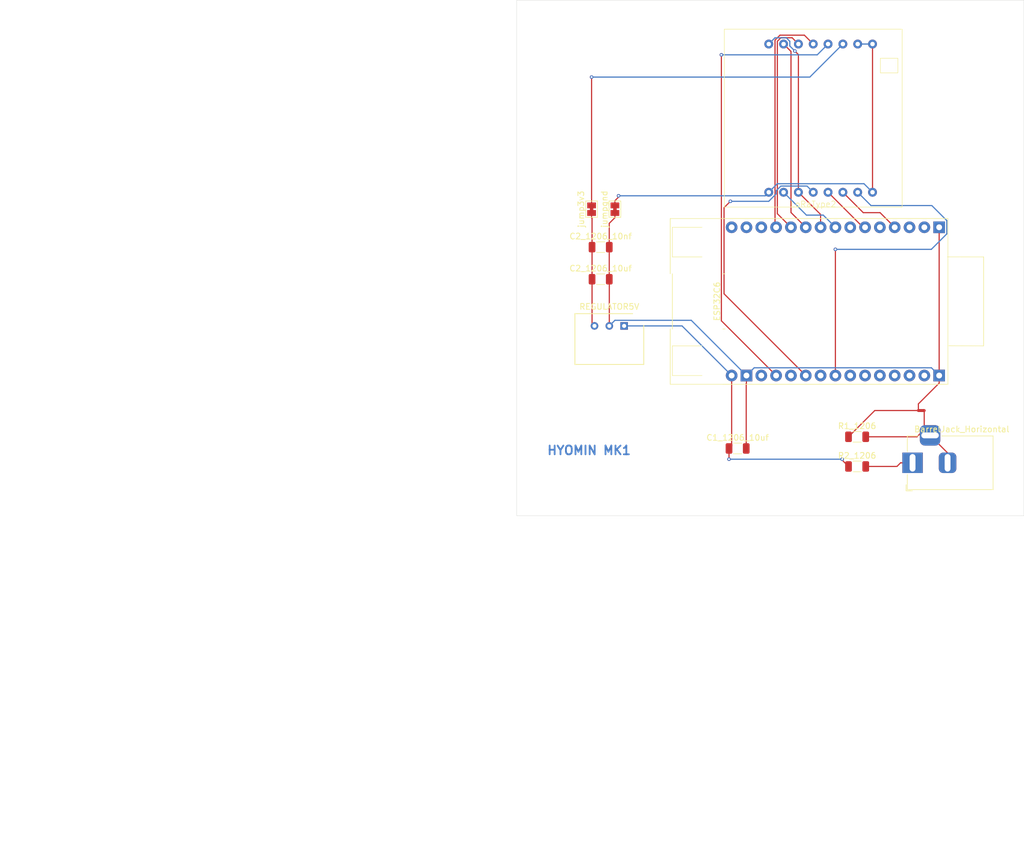
<source format=kicad_pcb>
(kicad_pcb (version 20241229) (generator "pcbnew") (generator_version "9.0")
  (layers (0 "F.Cu" signal) (2 "B.Cu" signal) (13 "F.Paste" user) (15 "B.Paste" user) (5 "F.SilkS" user "F.Silkscreen") (7 "B.SilkS" user "B.Silkscreen") (1 "F.Mask" user) (3 "B.Mask" user) (25 "Edge.Cuts" user))
  (net 0 "")
  (net 1 "5V")
  (net 2 "GND")
  (net 3 "3V3")
  (net 4 "5VEXT")
  (net 5 "GNDEXT")
  (net 6 "DI4")
  (net 7 "DI0")
  (net 8 "DI1")
  (net 9 "DI2")
  (net 10 "DI3")
  (net 11 "LSCK")
  (net 12 "LMISO")
  (net 13 "LMOSI")
  (net 14 "LRST")
  (net 15 "LNSS")
  (net 16 "5V_2")
  (net 17 "3V3_2")
  (net 18 "L3V3")
  (net 19 "LGND")
  (footprint "Capacitor_SMD:C_1206_3216Metric" (layer "F.Cu") (at 142.985 127.44)
    (property "Reference" "C1_1206_10uf" (at 0 -1.85 0) (layer "F.SilkS"))
    (property "Value" "C1_1206_10uf")
    (fp_line (start -0.711252 -0.91) (end 0.711252 -0.91) (stroke (width 0.12)) (layer "F.SilkS"))
    (fp_line (start -0.711252 0.91) (end 0.711252 0.91) (stroke (width 0.12)) (layer "F.SilkS"))
    (pad "1" smd roundrect (at -1.475 0) (size 1.15 1.8) (layers "F.Cu" "F.Mask" "F.Paste") (roundrect_rratio 0.217391) (net 1 "5V"))
    (pad "2" smd roundrect (at 1.475 0) (size 1.15 1.8) (layers "F.Cu" "F.Mask" "F.Paste") (roundrect_rratio 0.217391) (net 2 "GND"))
  )
  (footprint "Connector_BarrelJack:BarrelJack_Horizontal" (layer "F.Cu") (at 172.96 129.8975 180)
    (property "Reference" "BarrelJack_Horizontal" (at -8.45 5.75 0) (layer "F.SilkS"))
    (property "Value" "BarrelJack_Horizontal")
    (fp_line (start 1.1 -3.75) (end 1.1 -4.8) (stroke (width 0.12)) (layer "F.SilkS"))
    (fp_line (start 0.9 4.6) (end -1 4.6) (stroke (width 0.12)) (layer "F.SilkS"))
    (fp_line (start 0.9 1.9) (end 0.9 4.6) (stroke (width 0.12)) (layer "F.SilkS"))
    (fp_line (start 0.9 -4.6) (end 0.9 -2) (stroke (width 0.12)) (layer "F.SilkS"))
    (fp_line (start 0.05 -4.8) (end 1.1 -4.8) (stroke (width 0.12)) (layer "F.SilkS"))
    (fp_line (start -5 4.6) (end -13.8 4.6) (stroke (width 0.12)) (layer "F.SilkS"))
    (fp_line (start -13.8 4.6) (end -13.8 -4.6) (stroke (width 0.12)) (layer "F.SilkS"))
    (fp_line (start -13.8 -4.6) (end 0.9 -4.6) (stroke (width 0.12)) (layer "F.SilkS"))
    (pad "1" thru_hole rect (at 0 0 180) (size 3.5 3.5) (drill oval 1 3) (layers "*.Cu" "*.Mask") (net 4 "5VEXT"))
    (pad "2" thru_hole roundrect (at -6 0 180) (size 3 3.5) (drill oval 1 3) (layers "*.Cu" "*.Mask") (net 5 "GNDEXT"))
    (pad "3" thru_hole roundrect (at -3 4.7 180) (size 3.5 3.5) (drill oval 3 1) (layers "*.Cu" "*.Mask") (net 5 "GNDEXT"))
  )
  (footprint "Capacitor_SMD:C_1206_3216Metric" (layer "F.Cu") (at 119.515 92.94)
    (property "Reference" "C2_1206_10nf" (at 0 -1.85 0) (layer "F.SilkS"))
    (property "Value" "C3_1206_100nf")
    (fp_line (start -0.711252 -0.91) (end 0.711252 -0.91) (stroke (width 0.12)) (layer "F.SilkS"))
    (fp_line (start -0.711252 0.91) (end 0.711252 0.91) (stroke (width 0.12)) (layer "F.SilkS"))
    (pad "1" smd roundrect (at -1.475 0) (size 1.15 1.8) (layers "F.Cu" "F.Mask" "F.Paste") (roundrect_rratio 0.217391) (net 3 "3V3"))
    (pad "2" smd roundrect (at 1.475 0) (size 1.15 1.8) (layers "F.Cu" "F.Mask" "F.Paste") (roundrect_rratio 0.217391) (net 2 "GND"))
  )
  (footprint "NetTie:NetTie-2_SMD_Pad0.5mm" (layer "F.Cu") (at 174.46 120.94)
    (property "Reference" "REF**" (hide yes))
    (property "Value" "NetTie-2_SMD_Pad0.5mm" (hide yes))
    (fp_poly (pts (xy -0.5 -0.25) (xy 0.5 -0.25) (xy 0.5 0.25) (xy -0.5 0.25)) (fill yes) (layer "F.Cu"))
    (pad "1" smd circle (at -0.5 0) (size 0.5 0.5) (layers "F.Cu") (net 2 "GND"))
    (pad "2" smd circle (at 0.5 0) (size 0.5 0.5) (layers "F.Cu") (net 5 "GNDEXT"))
  )
  (footprint "Capacitor_SMD:C_1206_3216Metric" (layer "F.Cu") (at 119.515 98.44)
    (property "Reference" "C2_1206_10uf" (at 0 -1.85 0) (layer "F.SilkS"))
    (property "Value" "C2_1206_10uf")
    (fp_line (start -0.711252 -0.91) (end 0.711252 -0.91) (stroke (width 0.12)) (layer "F.SilkS"))
    (fp_line (start -0.711252 0.91) (end 0.711252 0.91) (stroke (width 0.12)) (layer "F.SilkS"))
    (pad "1" smd roundrect (at -1.475 0) (size 1.15 1.8) (layers "F.Cu" "F.Mask" "F.Paste") (roundrect_rratio 0.217391) (net 3 "3V3"))
    (pad "2" smd roundrect (at 1.475 0) (size 1.15 1.8) (layers "F.Cu" "F.Mask" "F.Paste") (roundrect_rratio 0.217391) (net 2 "GND"))
  )
  (footprint "Jumper:SolderJumper-2_P1.3mm_Bridged_Pad1.0x1.5mm" (layer "F.Cu") (at 121.96 86.44 90)
    (property "Reference" "jumpgnd" (at 0 -1.8 90) (layer "F.SilkS"))
    (property "Value" "SolderJumper-2_P1.3mm_Bridged_Pad1.0x1.5mm")
    (fp_poly (pts (xy -0.25 -0.3) (xy 0.25 -0.3) (xy 0.25 0.3) (xy -0.25 0.3)) (fill yes) (layer "F.Cu"))
    (fp_line (start 1.4 -1) (end 1.4 1) (stroke (width 0.12)) (layer "F.SilkS"))
    (fp_line (start -1.4 -1) (end 1.4 -1) (stroke (width 0.12)) (layer "F.SilkS"))
    (fp_line (start 1.4 1) (end -1.4 1) (stroke (width 0.12)) (layer "F.SilkS"))
    (fp_line (start -1.4 1) (end -1.4 -1) (stroke (width 0.12)) (layer "F.SilkS"))
    (pad "1" smd rect (at -0.65 0 90) (size 1 1.5) (layers "F.Cu" "F.Mask") (net 2 "GND"))
    (pad "2" smd rect (at 0.65 0 90) (size 1 1.5) (layers "F.Cu" "F.Mask") (net 19 "LGND"))
  )
  (footprint "Capacitor_SMD:C_1206_3216Metric" (layer "F.Cu") (at 163.46 125.44)
    (property "Reference" "R1_1206" (at 0 -1.85 0) (layer "F.SilkS"))
    (property "Value" "R1_1206")
    (fp_line (start -0.711252 -0.91) (end 0.711252 -0.91) (stroke (width 0.12)) (layer "F.SilkS"))
    (fp_line (start -0.711252 0.91) (end 0.711252 0.91) (stroke (width 0.12)) (layer "F.SilkS"))
    (pad "1" smd roundrect (at -1.475 0) (size 1.15 1.8) (layers "F.Cu" "F.Mask" "F.Paste") (roundrect_rratio 0.217391) (net 2 "GND"))
    (pad "2" smd roundrect (at 1.475 0) (size 1.15 1.8) (layers "F.Cu" "F.Mask" "F.Paste") (roundrect_rratio 0.217391) (net 5 "GNDEXT"))
  )
  (footprint "GateWayProjectLibrary:LoRaType2" (layer "F.Cu") (at 155.94 86.08)
    (property "Reference" "LoRaType2" (at 0 -0.5 0) (layer "F.SilkS") (effects (font (thickness 0.1))))
    (property "Value" "LoRaType2")
    (fp_rect (start -15.24 -30.48) (end 15.24 0) (stroke (width 0.1)) (fill no) (layer "F.SilkS"))
    (fp_rect (start 11.5 -25.5) (end 14.5 -23) (stroke (width 0.1)) (fill no) (layer "F.SilkS"))
    (pad "1" thru_hole circle (at -7.62 -2.54) (size 1.524 1.524) (drill 0.762) (layers "*.Cu" "*.Mask") (net 19 "LGND"))
    (pad "2" thru_hole circle (at -5.08 -2.54) (size 1.524 1.524) (drill 0.762) (layers "*.Cu" "*.Mask") (net 6 "DI4"))
    (pad "3" thru_hole circle (at -2.54 -2.54) (size 1.524 1.524) (drill 0.762) (layers "*.Cu" "*.Mask") (net 10 "DI3"))
    (pad "4" thru_hole circle (at 0 -2.54) (size 1.524 1.524) (drill 0.762) (layers "*.Cu" "*.Mask") (net 11 "LSCK"))
    (pad "5" thru_hole circle (at 2.54 -2.54) (size 1.524 1.524) (drill 0.762) (layers "*.Cu" "*.Mask") (net 12 "LMISO"))
    (pad "6" thru_hole circle (at 5.08 -2.54) (size 1.524 1.524) (drill 0.762) (layers "*.Cu" "*.Mask") (net 13 "LMOSI"))
    (pad "7" thru_hole circle (at 7.62 -2.54) (size 1.524 1.524) (drill 0.762) (layers "*.Cu" "*.Mask") (net 15 "LNSS"))
    (pad "8" thru_hole circle (at 10.16 -2.54) (size 1.524 1.524) (drill 0.762) (layers "*.Cu" "*.Mask") (net 19 "LGND"))
    (pad "9" thru_hole circle (at 10.16 -27.94) (size 1.524 1.524) (drill 0.762) (layers "*.Cu" "*.Mask") (net 19 "LGND"))
    (pad "10" thru_hole circle (at 7.62 -27.94) (size 1.524 1.524) (drill 0.762) (layers "*.Cu" "*.Mask") (net 19 "LGND"))
    (pad "11" thru_hole circle (at 5.08 -27.94) (size 1.524 1.524) (drill 0.762) (layers "*.Cu" "*.Mask") (net 18 "L3V3"))
    (pad "12" thru_hole circle (at 2.54 -27.94) (size 1.524 1.524) (drill 0.762) (layers "*.Cu" "*.Mask") (net 14 "LRST"))
    (pad "13" thru_hole circle (at 0 -27.94) (size 1.524 1.524) (drill 0.762) (layers "*.Cu" "*.Mask") (net 7 "DI0"))
    (pad "14" thru_hole circle (at -2.54 -27.94) (size 1.524 1.524) (drill 0.762) (layers "*.Cu" "*.Mask") (net 8 "DI1"))
    (pad "15" thru_hole circle (at -5.08 -27.94) (size 1.524 1.524) (drill 0.762) (layers "*.Cu" "*.Mask") (net 9 "DI2"))
    (pad "16" thru_hole circle (at -7.62 -27.94) (size 1.524 1.524) (drill 0.762) (layers "*.Cu" "*.Mask") (net 10 "DI3"))
  )
  (footprint "Jumper:SolderJumper-2_P1.3mm_Bridged_Pad1.0x1.5mm" (layer "F.Cu") (at 117.96 86.44 90)
    (property "Reference" "jump3v3" (at 0 -1.8 90) (layer "F.SilkS"))
    (property "Value" "SolderJumper-2_P1.3mm_Bridged_Pad1.0x1.5mm")
    (fp_poly (pts (xy -0.25 -0.3) (xy 0.25 -0.3) (xy 0.25 0.3) (xy -0.25 0.3)) (fill yes) (layer "F.Cu"))
    (fp_line (start 1.4 -1) (end 1.4 1) (stroke (width 0.12)) (layer "F.SilkS"))
    (fp_line (start -1.4 -1) (end 1.4 -1) (stroke (width 0.12)) (layer "F.SilkS"))
    (fp_line (start 1.4 1) (end -1.4 1) (stroke (width 0.12)) (layer "F.SilkS"))
    (fp_line (start -1.4 1) (end -1.4 -1) (stroke (width 0.12)) (layer "F.SilkS"))
    (pad "1" smd rect (at -0.65 0 90) (size 1 1.5) (layers "F.Cu" "F.Mask") (net 3 "3V3"))
    (pad "2" smd rect (at 0.65 0 90) (size 1 1.5) (layers "F.Cu" "F.Mask") (net 18 "L3V3"))
  )
  (footprint "Capacitor_SMD:C_1206_3216Metric" (layer "F.Cu") (at 163.46 130.52)
    (property "Reference" "R2_1206" (at 0 -1.85 0) (layer "F.SilkS"))
    (property "Value" "R2_1206")
    (fp_line (start -0.711252 -0.91) (end 0.711252 -0.91) (stroke (width 0.12)) (layer "F.SilkS"))
    (fp_line (start -0.711252 0.91) (end 0.711252 0.91) (stroke (width 0.12)) (layer "F.SilkS"))
    (pad "1" smd roundrect (at -1.475 0) (size 1.15 1.8) (layers "F.Cu" "F.Mask" "F.Paste") (roundrect_rratio 0.217391) (net 1 "5V"))
    (pad "2" smd roundrect (at 1.475 0) (size 1.15 1.8) (layers "F.Cu" "F.Mask" "F.Paste") (roundrect_rratio 0.217391) (net 4 "5VEXT"))
  )
  (footprint "GateWayProjectLibrary:ESP32C6" (layer "F.Cu") (at 159.74 102.24)
    (property "Reference" "ESP32C6" (at -20.28 0 90) (layer "F.SilkS"))
    (property "Value" "ESP32C6")
    (fp_line (start -28.3 -14.2) (end -28.3 -4.733333) (stroke (width 0.12)) (layer "F.SilkS"))
    (fp_line (start -28.3 4.733333) (end -28.3 14.199999) (stroke (width 0.12)) (layer "F.SilkS"))
    (fp_line (start -27.94 -12.7) (end -27.94 -7.62) (stroke (width 0.1)) (layer "F.SilkS"))
    (fp_line (start -27.94 -7.62) (end -22.86 -7.62) (stroke (width 0.1)) (layer "F.SilkS"))
    (fp_line (start -27.94 -4.733333) (end -27.94 4.733333) (stroke (width 0.12)) (layer "F.SilkS"))
    (fp_line (start -27.94 7.62) (end -22.86 7.62) (stroke (width 0.1)) (layer "F.SilkS"))
    (fp_line (start -27.94 12.7) (end -27.94 7.62) (stroke (width 0.1)) (layer "F.SilkS"))
    (fp_line (start -22.86 -12.7) (end -27.94 -12.7) (stroke (width 0.1)) (layer "F.SilkS"))
    (fp_line (start -22.86 12.7) (end -27.94 12.7) (stroke (width 0.1)) (layer "F.SilkS"))
    (fp_line (start -19.28 -14.2) (end -28.3 -14.2) (stroke (width 0.1)) (layer "F.SilkS"))
    (fp_line (start -19.28 -4.733333) (end -18.92 -4.733333) (stroke (width 0.12)) (layer "F.SilkS"))
    (fp_line (start -19.28 14.199999) (end -28.3 14.199999) (stroke (width 0.1)) (layer "F.SilkS"))
    (fp_line (start -19.28 14.199999) (end 19.28 14.2) (stroke (width 0.12)) (layer "F.SilkS"))
    (fp_line (start -18.92 4.733333) (end -19.28 4.733333) (stroke (width 0.12)) (layer "F.SilkS"))
    (fp_line (start 19.28 -14.199999) (end -19.28 -14.2) (stroke (width 0.12)) (layer "F.SilkS"))
    (fp_line (start 19.28 14.2) (end 19.28 -14.199999) (stroke (width 0.1)) (layer "F.SilkS"))
    (fp_line (start 25.4 -7.62) (end 19.18 -7.63) (stroke (width 0.1)) (layer "F.SilkS"))
    (fp_line (start 25.4 7.62) (end 19.27 7.6) (stroke (width 0.1)) (layer "F.SilkS"))
    (fp_line (start 25.4 7.62) (end 25.4 -7.62) (stroke (width 0.12)) (layer "F.SilkS"))
    (pad "0" thru_hole circle (at 0 -12.7) (size 2 2) (drill 1) (layers "*.Cu" "*.Mask") (net 6 "DI4"))
    (pad "1" thru_hole circle (at -2.54 -12.7) (size 2 2) (drill 1) (layers "*.Cu" "*.Mask") (net 10 "DI3"))
    (pad "2" thru_hole circle (at 15.24 12.7) (size 2 2) (drill 1) (layers "*.Cu" "*.Mask"))
    (pad "3" thru_hole circle (at 12.7 12.7) (size 2 2) (drill 1) (layers "*.Cu" "*.Mask"))
    (pad "3V3" thru_hole circle (at 15.24 -12.7) (size 2 2) (drill 1) (layers "*.Cu" "*.Mask") (net 17 "3V3_2"))
    (pad "4" thru_hole circle (at 10.16 -12.7) (size 2 2) (drill 1) (layers "*.Cu" "*.Mask") (net 13 "LMOSI"))
    (pad "5" thru_hole circle (at 7.62 -12.7) (size 2 2) (drill 1) (layers "*.Cu" "*.Mask"))
    (pad "5V" thru_hole circle (at -17.78 -12.7) (size 2 2) (drill 1) (layers "*.Cu" "*.Mask") (net 16 "5V_2"))
    (pad "5V" thru_hole circle (at -17.78 12.7) (size 2 2) (drill 1) (layers "*.Cu" "*.Mask") (net 1 "5V"))
    (pad "6" thru_hole circle (at 5.08 -12.7) (size 2 2) (drill 1) (layers "*.Cu" "*.Mask") (net 12 "LMISO"))
    (pad "7" thru_hole circle (at 2.54 -12.7) (size 2 2) (drill 1) (layers "*.Cu" "*.Mask"))
    (pad "8" thru_hole circle (at -5.08 -12.7) (size 2 2) (drill 1) (layers "*.Cu" "*.Mask") (net 9 "DI2"))
    (pad "9" thru_hole circle (at -12.7 12.7) (size 2 2) (drill 1) (layers "*.Cu" "*.Mask"))
    (pad "10" thru_hole circle (at -7.62 -12.7) (size 2 2) (drill 1) (layers "*.Cu" "*.Mask") (net 8 "DI1"))
    (pad "11" thru_hole circle (at -10.16 -12.7) (size 2 2) (drill 1) (layers "*.Cu" "*.Mask") (net 7 "DI0"))
    (pad "12" thru_hole circle (at -12.7 -12.7) (size 2 2) (drill 1) (layers "*.Cu" "*.Mask"))
    (pad "13" thru_hole circle (at -15.24 -12.7) (size 2 2) (drill 1) (layers "*.Cu" "*.Mask"))
    (pad "15" thru_hole circle (at 5.08 12.7) (size 2 2) (drill 1) (layers "*.Cu" "*.Mask"))
    (pad "18" thru_hole circle (at -10.16 12.7) (size 2 2) (drill 1) (layers "*.Cu" "*.Mask") (net 14 "LRST"))
    (pad "19" thru_hole circle (at -7.62 12.7) (size 2 2) (drill 1) (layers "*.Cu" "*.Mask"))
    (pad "20" thru_hole circle (at -5.08 12.7) (size 2 2) (drill 1) (layers "*.Cu" "*.Mask") (net 11 "LSCK"))
    (pad "21" thru_hole circle (at -2.54 12.7) (size 2 2) (drill 1) (layers "*.Cu" "*.Mask"))
    (pad "22" thru_hole circle (at 0 12.7) (size 2 2) (drill 1) (layers "*.Cu" "*.Mask") (net 15 "LNSS"))
    (pad "23" thru_hole circle (at 2.54 12.7) (size 2 2) (drill 1) (layers "*.Cu" "*.Mask"))
    (pad "GND" thru_hole rect (at -15.24 12.7) (size 2 2) (drill 1) (layers "*.Cu" "*.Mask") (net 2 "GND"))
    (pad "GND" thru_hole rect (at 17.78 -12.7) (size 2 2) (drill 1) (layers "*.Cu" "*.Mask") (net 2 "GND"))
    (pad "GND" thru_hole rect (at 17.78 12.7) (size 2 2) (drill 1) (layers "*.Cu" "*.Mask") (net 2 "GND"))
    (pad "RST" thru_hole circle (at 12.7 -12.7) (size 2 2) (drill 1) (layers "*.Cu" "*.Mask"))
    (pad "RX" thru_hole circle (at 7.62 12.7) (size 2 2) (drill 1) (layers "*.Cu" "*.Mask"))
    (pad "TX" thru_hole circle (at 10.16 12.7) (size 2 2) (drill 1) (layers "*.Cu" "*.Mask"))
  )
  (footprint "Package_SIP:SIP3_11.6x8.5mm" (layer "F.Cu") (at 123.54 106.44 180)
    (property "Reference" "REGULATOR5V" (at 2.54 3.3 0) (layer "F.SilkS"))
    (property "Value" "SIP3_11.6x8.5mm")
    (fp_line (start 8.44 -6.6) (end 8.44 2.1) (stroke (width 0.15)) (layer "F.SilkS"))
    (fp_line (start -1.46 2.1) (end 8.44 2.1) (stroke (width 0.15)) (layer "F.SilkS"))
    (fp_line (start -3.36 0.1) (end -3.36 -6.6) (stroke (width 0.15)) (layer "F.SilkS"))
    (fp_line (start -3.36 -6.6) (end 8.44 -6.6) (stroke (width 0.15)) (layer "F.SilkS"))
    (pad "1" thru_hole rect (at 0 0 90) (size 1.3 1.3) (drill 0.7) (layers "*.Cu" "*.Mask") (net 1 "5V"))
    (pad "2" thru_hole circle (at 2.54 0) (size 1.3 1.3) (drill 0.7) (layers "*.Cu" "*.Mask") (net 2 "GND"))
    (pad "3" thru_hole circle (at 5.08 0 90) (size 1.3 1.3) (drill 0.7) (layers "*.Cu" "*.Mask") (net 3 "3V3"))
  )
  (gr_rect (start 105.14 50.62) (end 192.04 138.98) (stroke (width 0.05)) (fill no) (layer "Edge.Cuts"))
  (gr_text "HYOMIN MK1" (at 110.22 128.64 0) (layer "B.Cu") (effects (font (size 1.5 1.5) (thickness 0.3) (bold yes)) (justify left bottom)))
  (segment (start 141.51 127.44) (end 141.96 126.99) (width 0.2) (layer "F.Cu") (net 1))
  (segment (start 141.96 126.99) (end 141.96 114.94) (width 0.2) (layer "F.Cu") (net 1))
  (segment (start 160.8967 129.4317) (end 160.8967 129.2825) (width 0.2) (layer "F.Cu") (net 1))
  (segment (start 161.985 130.52) (end 160.8967 129.4317) (width 0.2) (layer "F.Cu") (net 1))
  (segment (start 141.51 127.44) (end 141.51 129.2825) (width 0.2) (layer "F.Cu") (net 1))
  (via (at 141.51 129.2825) (size 0.6) (drill 0.3) (layers "F.Cu" "B.Cu") (net 1))
  (via (at 160.8967 129.2825) (size 0.6) (drill 0.3) (layers "F.Cu" "B.Cu") (net 1))
  (segment (start 123.54 106.44) (end 133.46 106.44) (width 0.2) (layer "B.Cu") (net 1))
  (segment (start 141.51 129.2825) (end 160.8967 129.2825) (width 0.2) (layer "B.Cu") (net 1))
  (segment (start 133.46 106.44) (end 141.96 114.94) (width 0.2) (layer "B.Cu") (net 1))
  (segment (start 161.985 125.44) (end 166.485 120.94) (width 0.2) (layer "F.Cu") (net 2))
  (segment (start 121.96 87.8917) (end 120.99 88.8617) (width 0.2) (layer "F.Cu") (net 2))
  (segment (start 121 106.44) (end 121 98.45) (width 0.2) (layer "F.Cu") (net 2))
  (segment (start 177.52 115.5908) (end 177.52 116.2417) (width 0.2) (layer "F.Cu") (net 2))
  (segment (start 121 98.45) (end 120.99 98.44) (width 0.2) (layer "F.Cu") (net 2))
  (segment (start 121.96 87.09) (end 121.96 87.8917) (width 0.2) (layer "F.Cu") (net 2))
  (segment (start 173.96 120.94) (end 173.96 119.8017) (width 0.2) (layer "F.Cu") (net 2))
  (segment (start 144.46 127.44) (end 144.46 116.2817) (width 0.2) (layer "F.Cu") (net 2))
  (segment (start 173.96 119.8017) (end 177.52 116.2417) (width 0.2) (layer "F.Cu") (net 2))
  (segment (start 120.99 88.8617) (end 120.99 92.94) (width 0.2) (layer "F.Cu") (net 2))
  (segment (start 120.99 98.44) (end 120.99 92.94) (width 0.2) (layer "F.Cu") (net 2))
  (segment (start 177.52 115.5908) (end 177.52 114.94) (width 0.2) (layer "F.Cu") (net 2))
  (segment (start 144.46 116.2817) (end 144.5 116.2417) (width 0.2) (layer "F.Cu") (net 2))
  (segment (start 166.485 120.94) (end 173.96 120.94) (width 0.2) (layer "F.Cu") (net 2))
  (segment (start 177.52 114.94) (end 177.52 89.54) (width 0.2) (layer "F.Cu") (net 2))
  (segment (start 144.5 114.94) (end 144.5 116.2417) (width 0.2) (layer "F.Cu") (net 2))
  (segment (start 177.52 114.94) (end 176.1927 113.6127) (width 0.2) (layer "B.Cu") (net 2))
  (segment (start 121.961 105.479) (end 135.039 105.479) (width 0.2) (layer "B.Cu") (net 2))
  (segment (start 135.039 105.479) (end 144.5 114.94) (width 0.2) (layer "B.Cu") (net 2))
  (segment (start 176.1927 113.6127) (end 145.8273 113.6127) (width 0.2) (layer "B.Cu") (net 2))
  (segment (start 145.8273 113.6127) (end 144.5 114.94) (width 0.2) (layer "B.Cu") (net 2))
  (segment (start 121 106.44) (end 121.961 105.479) (width 0.2) (layer "B.Cu") (net 2))
  (segment (start 118.04 106.02) (end 118.04 98.44) (width 0.2) (layer "F.Cu") (net 3))
  (segment (start 117.96 87.8917) (end 118.04 87.9717) (width 0.2) (layer "F.Cu") (net 3))
  (segment (start 118.46 106.44) (end 118.04 106.02) (width 0.2) (layer "F.Cu") (net 3))
  (segment (start 117.96 87.09) (end 117.96 87.8917) (width 0.2) (layer "F.Cu") (net 3))
  (segment (start 118.04 87.9717) (end 118.04 92.94) (width 0.2) (layer "F.Cu") (net 3))
  (segment (start 118.04 98.44) (end 118.04 92.94) (width 0.2) (layer "F.Cu") (net 3))
  (segment (start 170.2858 130.52) (end 170.9083 129.8975) (width 0.2) (layer "F.Cu") (net 4))
  (segment (start 164.935 130.52) (end 170.2858 130.52) (width 0.2) (layer "F.Cu") (net 4))
  (segment (start 172.96 129.8975) (end 170.9083 129.8975) (width 0.2) (layer "F.Cu") (net 4))
  (segment (start 174.96 124.1975) (end 175.96 125.1975) (width 0.2) (layer "F.Cu") (net 5))
  (segment (start 173.7175 125.44) (end 174.96 124.1975) (width 0.2) (layer "F.Cu") (net 5))
  (segment (start 164.935 125.44) (end 173.7175 125.44) (width 0.2) (layer "F.Cu") (net 5))
  (segment (start 174.96 120.94) (end 174.96 124.1975) (width 0.2) (layer "F.Cu") (net 5))
  (segment (start 178.96 128.1975) (end 178.96 129.8975) (width 0.2) (layer "F.Cu") (net 5))
  (segment (start 175.96 125.1975) (end 178.96 128.1975) (width 0.2) (layer "F.Cu") (net 5))
  (segment (start 150.86 83.54) (end 154.7768 87.4568) (width 0.2) (layer "B.Cu") (net 6))
  (segment (start 154.7768 87.4568) (end 157.6568 87.4568) (width 0.2) (layer "B.Cu") (net 6))
  (segment (start 157.6568 87.4568) (end 159.74 89.54) (width 0.2) (layer "B.Cu") (net 6))
  (segment (start 149.3929 89.3529) (end 149.58 89.54) (width 0.2) (layer "F.Cu") (net 7))
  (segment (start 150.2422 56.6234) (end 149.3929 57.4727) (width 0.2) (layer "F.Cu") (net 7))
  (segment (start 149.3929 57.4727) (end 149.3929 89.3529) (width 0.2) (layer "F.Cu") (net 7))
  (segment (start 154.4234 56.6234) (end 150.2422 56.6234) (width 0.2) (layer "F.Cu") (net 7))
  (segment (start 155.94 58.14) (end 154.4234 56.6234) (width 0.2) (layer "F.Cu") (net 7))
  (segment (start 149.7946 57.6702) (end 150.4023 57.0625) (width 0.2) (layer "F.Cu") (net 8))
  (segment (start 149.7946 87.2146) (end 149.7946 57.6702) (width 0.2) (layer "F.Cu") (net 8))
  (segment (start 152.3225 57.0625) (end 153.4 58.14) (width 0.2) (layer "F.Cu") (net 8))
  (segment (start 150.4023 57.0625) (end 152.3225 57.0625) (width 0.2) (layer "F.Cu") (net 8))
  (segment (start 152.12 89.54) (end 149.7946 87.2146) (width 0.2) (layer "F.Cu") (net 8))
  (segment (start 152.13 59.41) (end 150.86 58.14) (width 0.2) (layer "F.Cu") (net 9))
  (segment (start 154.66 89.54) (end 152.13 87.01) (width 0.2) (layer "F.Cu") (net 9))
  (segment (start 152.13 87.01) (end 152.13 59.41) (width 0.2) (layer "F.Cu") (net 9))
  (segment (start 157.2 87.34) (end 153.4 83.54) (width 0.2) (layer "F.Cu") (net 10))
  (segment (start 152.7943 59.343) (end 153.4 59.9487) (width 0.2) (layer "F.Cu") (net 10))
  (segment (start 153.4 59.9487) (end 153.4 83.54) (width 0.2) (layer "F.Cu") (net 10))
  (segment (start 157.2 89.54) (end 157.2 87.34) (width 0.2) (layer "F.Cu") (net 10))
  (via (at 152.7943 59.343) (size 0.6) (drill 0.3) (layers "F.Cu" "B.Cu") (net 10))
  (segment (start 151.9249 58.4736) (end 152.7943 59.343) (width 0.2) (layer "B.Cu") (net 10))
  (segment (start 151.9249 57.671) (end 151.9249 58.4736) (width 0.2) (layer "B.Cu") (net 10))
  (segment (start 151.3302 57.0763) (end 151.9249 57.671) (width 0.2) (layer "B.Cu") (net 10))
  (segment (start 148.32 58.14) (end 149.3837 57.0763) (width 0.2) (layer "B.Cu") (net 10))
  (segment (start 149.3837 57.0763) (end 151.3302 57.0763) (width 0.2) (layer "B.Cu") (net 10))
  (segment (start 154.66 114.94) (end 140.6561 100.9361) (width 0.2) (layer "F.Cu") (net 11))
  (segment (start 140.6561 86.1816) (end 141.7452 85.0925) (width 0.2) (layer "F.Cu") (net 11))
  (segment (start 140.6561 100.9361) (end 140.6561 86.1816) (width 0.2) (layer "F.Cu") (net 11))
  (via (at 141.7452 85.0925) (size 0.6) (drill 0.3) (layers "F.Cu" "B.Cu") (net 11))
  (segment (start 149.59 83.8167) (end 149.59 83.285) (width 0.2) (layer "B.Cu") (net 11))
  (segment (start 141.7452 85.0925) (end 148.3142 85.0925) (width 0.2) (layer "B.Cu") (net 11))
  (segment (start 148.3142 85.0925) (end 149.59 83.8167) (width 0.2) (layer "B.Cu") (net 11))
  (segment (start 154.876 82.476) (end 155.94 83.54) (width 0.2) (layer "B.Cu") (net 11))
  (segment (start 149.59 83.285) (end 150.399 82.476) (width 0.2) (layer "B.Cu") (net 11))
  (segment (start 150.399 82.476) (end 154.876 82.476) (width 0.2) (layer "B.Cu") (net 11))
  (segment (start 158.48 83.54) (end 164.48 89.54) (width 0.2) (layer "F.Cu") (net 12))
  (segment (start 164.48 89.54) (end 164.82 89.54) (width 0.2) (layer "F.Cu") (net 12))
  (segment (start 167.3917 87.0317) (end 169.9 89.54) (width 0.2) (layer "F.Cu") (net 13))
  (segment (start 164.5117 87.0317) (end 167.3917 87.0317) (width 0.2) (layer "F.Cu") (net 13))
  (segment (start 161.02 83.54) (end 164.5117 87.0317) (width 0.2) (layer "F.Cu") (net 13))
  (segment (start 140.2045 105.5645) (end 140.2045 59.9893) (width 0.2) (layer "F.Cu") (net 14))
  (segment (start 149.58 114.94) (end 140.2045 105.5645) (width 0.2) (layer "F.Cu") (net 14))
  (via (at 140.2045 59.9893) (size 0.6) (drill 0.3) (layers "F.Cu" "B.Cu") (net 14))
  (segment (start 156.6307 59.9893) (end 140.2045 59.9893) (width 0.2) (layer "B.Cu") (net 14))
  (segment (start 158.48 58.14) (end 156.6307 59.9893) (width 0.2) (layer "B.Cu") (net 14))
  (segment (start 159.74 114.94) (end 159.74 93.324) (width 0.2) (layer "F.Cu") (net 15))
  (via (at 159.74 93.324) (size 0.6) (drill 0.3) (layers "F.Cu" "B.Cu") (net 15))
  (segment (start 176.1747 93.324) (end 159.74 93.324) (width 0.2) (layer "B.Cu") (net 15))
  (segment (start 178.8217 90.677) (end 176.1747 93.324) (width 0.2) (layer "B.Cu") (net 15))
  (segment (start 163.56 83.54) (end 165.8347 85.8147) (width 0.2) (layer "B.Cu") (net 15))
  (segment (start 165.8347 85.8147) (end 176.2557 85.8147) (width 0.2) (layer "B.Cu") (net 15))
  (segment (start 178.8217 88.3807) (end 178.8217 90.677) (width 0.2) (layer "B.Cu") (net 15))
  (segment (start 176.2557 85.8147) (end 178.8217 88.3807) (width 0.2) (layer "B.Cu") (net 15))
  (segment (start 117.96 85.79) (end 117.96 63.804) (width 0.2) (layer "F.Cu") (net 18))
  (via (at 117.96 63.804) (size 0.6) (drill 0.3) (layers "F.Cu" "B.Cu") (net 18))
  (segment (start 161.02 58.14) (end 155.356 63.804) (width 0.2) (layer "B.Cu") (net 18))
  (segment (start 155.356 63.804) (end 117.96 63.804) (width 0.2) (layer "B.Cu") (net 18))
  (segment (start 166.1 58.14) (end 166.1 83.54) (width 0.2) (layer "F.Cu") (net 19))
  (segment (start 122.5852 84.3631) (end 122.5852 84.141) (width 0.2) (layer "F.Cu") (net 19))
  (segment (start 121.96 84.9883) (end 122.5852 84.3631) (width 0.2) (layer "F.Cu") (net 19))
  (segment (start 121.96 85.79) (end 121.96 84.9883) (width 0.2) (layer "F.Cu") (net 19))
  (via (at 122.5852 84.141) (size 0.6) (drill 0.3) (layers "F.Cu" "B.Cu") (net 19))
  (segment (start 149.7857 82.0743) (end 148.32 83.54) (width 0.2) (layer "B.Cu") (net 19))
  (segment (start 166.1 83.54) (end 164.6343 82.0743) (width 0.2) (layer "B.Cu") (net 19))
  (segment (start 147.719 84.141) (end 148.32 83.54) (width 0.2) (layer "B.Cu") (net 19))
  (segment (start 122.5852 84.141) (end 147.719 84.141) (width 0.2) (layer "B.Cu") (net 19))
  (segment (start 163.56 58.14) (end 166.1 58.14) (width 0.2) (layer "B.Cu") (net 19))
  (segment (start 164.6343 82.0743) (end 149.7857 82.0743) (width 0.2) (layer "B.Cu") (net 19))
)
</source>
